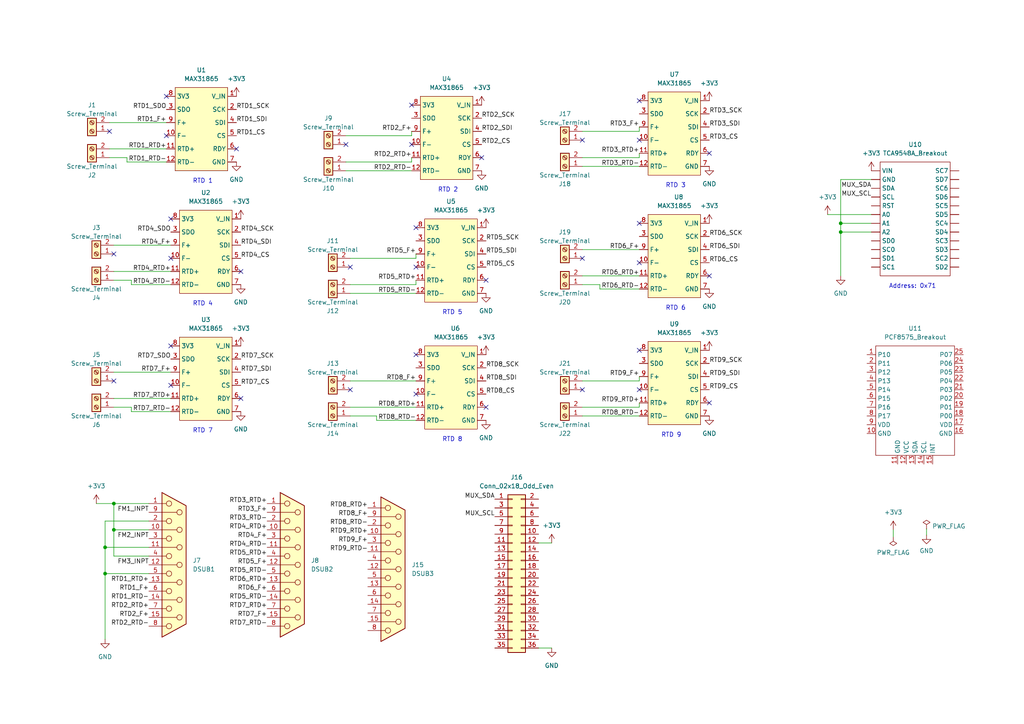
<source format=kicad_sch>
(kicad_sch (version 20211123) (generator eeschema)
  (paper "A4")
  (lib_symbols
    (symbol "Connector:DB15_Female" (pin_names (offset 1.016) hide)
      (property "Reference" "J" (at 0.508 21.59 0))
      (property "Value" "DB15_Female" (at 0 -22.225 0))
      (symbol "DB15_Female_0_1"
        (circle (center -1.778 -17.78) (radius 0.762))
        (circle (center -1.778 -12.7) (radius 0.762))
        (circle (center -1.778 -7.62) (radius 0.762))
        (circle (center -1.778 -2.54) (radius 0.762))
        (circle (center -1.778 2.54) (radius 0.762))
        (circle (center -1.778 7.62) (radius 0.762))
        (circle (center -1.778 12.7) (radius 0.762))
        (circle (center -1.778 17.78) (radius 0.762))
        (polyline (pts (xy -3.81 -17.78) (xy -2.54 -17.78)))
        (polyline (pts (xy -3.81 -15.24) (xy 0.508 -15.24)))
        (polyline (pts (xy -3.81 -12.7) (xy -2.54 -12.7)))
        (polyline (pts (xy -3.81 -10.16) (xy 0.508 -10.16)))
        (polyline (pts (xy -3.81 -7.62) (xy -2.54 -7.62)))
        (polyline (pts (xy -3.81 -5.08) (xy 0.508 -5.08)))
        (polyline (pts (xy -3.81 -2.54) (xy -2.54 -2.54)))
        (polyline (pts (xy -3.81 0) (xy 0.508 0)))
        (polyline (pts (xy -3.81 2.54) (xy -2.54 2.54)))
        (polyline (pts (xy -3.81 5.08) (xy 0.508 5.08)))
        (polyline (pts (xy -3.81 7.62) (xy -2.54 7.62)))
        (polyline (pts (xy -3.81 10.16) (xy 0.508 10.16)))
        (polyline (pts (xy -3.81 12.7) (xy -2.54 12.7)))
        (polyline (pts (xy -3.81 15.24) (xy 0.508 15.24)))
        (polyline (pts (xy -3.81 17.78) (xy -2.54 17.78)))
        (polyline (pts (xy -3.81 20.955) (xy 3.175 17.145) (xy 3.175 -17.145) (xy -3.81 -20.955) (xy -3.81 20.955)) (stroke (width 0.254)) (fill (type background)))
        (circle (center 1.27 -15.24) (radius 0.762))
        (circle (center 1.27 -10.16) (radius 0.762))
        (circle (center 1.27 -5.08) (radius 0.762))
        (circle (center 1.27 0) (radius 0.762))
        (circle (center 1.27 5.08) (radius 0.762))
        (circle (center 1.27 10.16) (radius 0.762))
        (circle (center 1.27 15.24) (radius 0.762))
      )
      (symbol "DB15_Female_1_1"
        (pin passive line (at -7.62 17.78 0) (length 3.81) (name "1") (number "1"))
        (pin passive line (at -7.62 10.16 0) (length 3.81) (name "P10") (number "10"))
        (pin passive line (at -7.62 5.08 0) (length 3.81) (name "P111") (number "11"))
        (pin passive line (at -7.62 0 0) (length 3.81) (name "P12") (number "12"))
        (pin passive line (at -7.62 -5.08 0) (length 3.81) (name "P13") (number "13"))
        (pin passive line (at -7.62 -10.16 0) (length 3.81) (name "P14") (number "14"))
        (pin passive line (at -7.62 -15.24 0) (length 3.81) (name "P15") (number "15"))
        (pin passive line (at -7.62 12.7 0) (length 3.81) (name "2") (number "2"))
        (pin passive line (at -7.62 7.62 0) (length 3.81) (name "3") (number "3"))
        (pin passive line (at -7.62 2.54 0) (length 3.81) (name "4") (number "4"))
        (pin passive line (at -7.62 -2.54 0) (length 3.81) (name "5") (number "5"))
        (pin passive line (at -7.62 -7.62 0) (length 3.81) (name "6") (number "6"))
        (pin passive line (at -7.62 -12.7 0) (length 3.81) (name "7") (number "7"))
        (pin passive line (at -7.62 -17.78 0) (length 3.81) (name "8") (number "8"))
        (pin passive line (at -7.62 15.24 0) (length 3.81) (name "P9") (number "9"))
      )
    )
    (symbol "Connector:Screw_Terminal_01x02" (pin_names (offset 1.016) hide)
      (property "Reference" "J" (at 0 2.54 0))
      (property "Value" "Screw_Terminal_01x02" (at 0 -5.08 0))
      (symbol "Screw_Terminal_01x02_1_1"
        (rectangle (start -1.27 1.27) (end 1.27 -3.81) (stroke (width 0.254)) (fill (type background)))
        (circle (center 0 -2.54) (radius 0.635) (stroke (width 0.1524)))
        (polyline (pts (xy -0.5334 -2.2098) (xy 0.3302 -3.048)) (stroke (width 0.1524)))
        (polyline (pts (xy -0.5334 0.3302) (xy 0.3302 -0.508)) (stroke (width 0.1524)))
        (polyline (pts (xy -0.3556 -2.032) (xy 0.508 -2.8702)) (stroke (width 0.1524)))
        (polyline (pts (xy -0.3556 0.508) (xy 0.508 -0.3302)) (stroke (width 0.1524)))
        (circle (center 0 0) (radius 0.635) (stroke (width 0.1524)))
        (pin passive line (at -5.08 0 0) (length 3.81) (name "Pin_1") (number "1"))
        (pin passive line (at -5.08 -2.54 0) (length 3.81) (name "Pin_2") (number "2"))
      )
    )
    (symbol "Connector_Generic:Conn_02x18_Odd_Even" (pin_names (offset 1.016) hide)
      (property "Reference" "J" (at 1.27 22.86 0))
      (property "Value" "Conn_02x18_Odd_Even" (at 1.27 -25.4 0))
      (symbol "Conn_02x18_Odd_Even_1_1"
        (rectangle (start -1.27 -22.733) (end 0 -22.987) (stroke (width 0.1524)))
        (rectangle (start -1.27 -20.193) (end 0 -20.447) (stroke (width 0.1524)))
        (rectangle (start -1.27 -17.653) (end 0 -17.907) (stroke (width 0.1524)))
        (rectangle (start -1.27 -15.113) (end 0 -15.367) (stroke (width 0.1524)))
        (rectangle (start -1.27 -12.573) (end 0 -12.827) (stroke (width 0.1524)))
        (rectangle (start -1.27 -10.033) (end 0 -10.287) (stroke (width 0.1524)))
        (rectangle (start -1.27 -7.493) (end 0 -7.747) (stroke (width 0.1524)))
        (rectangle (start -1.27 -4.953) (end 0 -5.207) (stroke (width 0.1524)))
        (rectangle (start -1.27 -2.413) (end 0 -2.667) (stroke (width 0.1524)))
        (rectangle (start -1.27 0.127) (end 0 -0.127) (stroke (width 0.1524)))
        (rectangle (start -1.27 2.667) (end 0 2.413) (stroke (width 0.1524)))
        (rectangle (start -1.27 5.207) (end 0 4.953) (stroke (width 0.1524)))
        (rectangle (start -1.27 7.747) (end 0 7.493) (stroke (width 0.1524)))
        (rectangle (start -1.27 10.287) (end 0 10.033) (stroke (width 0.1524)))
        (rectangle (start -1.27 12.827) (end 0 12.573) (stroke (width 0.1524)))
        (rectangle (start -1.27 15.367) (end 0 15.113) (stroke (width 0.1524)))
        (rectangle (start -1.27 17.907) (end 0 17.653) (stroke (width 0.1524)))
        (rectangle (start -1.27 20.447) (end 0 20.193) (stroke (width 0.1524)))
        (rectangle (start -1.27 21.59) (end 3.81 -24.13) (stroke (width 0.254)) (fill (type background)))
        (rectangle (start 3.81 -22.733) (end 2.54 -22.987) (stroke (width 0.1524)))
        (rectangle (start 3.81 -20.193) (end 2.54 -20.447) (stroke (width 0.1524)))
        (rectangle (start 3.81 -17.653) (end 2.54 -17.907) (stroke (width 0.1524)))
        (rectangle (start 3.81 -15.113) (end 2.54 -15.367) (stroke (width 0.1524)))
        (rectangle (start 3.81 -12.573) (end 2.54 -12.827) (stroke (width 0.1524)))
        (rectangle (start 3.81 -10.033) (end 2.54 -10.287) (stroke (width 0.1524)))
        (rectangle (start 3.81 -7.493) (end 2.54 -7.747) (stroke (width 0.1524)))
        (rectangle (start 3.81 -4.953) (end 2.54 -5.207) (stroke (width 0.1524)))
        (rectangle (start 3.81 -2.413) (end 2.54 -2.667) (stroke (width 0.1524)))
        (rectangle (start 3.81 0.127) (end 2.54 -0.127) (stroke (width 0.1524)))
        (rectangle (start 3.81 2.667) (end 2.54 2.413) (stroke (width 0.1524)))
        (rectangle (start 3.81 5.207) (end 2.54 4.953) (stroke (width 0.1524)))
        (rectangle (start 3.81 7.747) (end 2.54 7.493) (stroke (width 0.1524)))
        (rectangle (start 3.81 10.287) (end 2.54 10.033) (stroke (width 0.1524)))
        (rectangle (start 3.81 12.827) (end 2.54 12.573) (stroke (width 0.1524)))
        (rectangle (start 3.81 15.367) (end 2.54 15.113) (stroke (width 0.1524)))
        (rectangle (start 3.81 17.907) (end 2.54 17.653) (stroke (width 0.1524)))
        (rectangle (start 3.81 20.447) (end 2.54 20.193) (stroke (width 0.1524)))
        (pin passive line (at -5.08 20.32 0) (length 3.81) (name "Pin_1") (number "1"))
        (pin passive line (at 7.62 10.16 180) (length 3.81) (name "Pin_10") (number "10"))
        (pin passive line (at -5.08 7.62 0) (length 3.81) (name "Pin_11") (number "11"))
        (pin passive line (at 7.62 7.62 180) (length 3.81) (name "Pin_12") (number "12"))
        (pin passive line (at -5.08 5.08 0) (length 3.81) (name "Pin_13") (number "13"))
        (pin passive line (at 7.62 5.08 180) (length 3.81) (name "Pin_14") (number "14"))
        (pin passive line (at -5.08 2.54 0) (length 3.81) (name "Pin_15") (number "15"))
        (pin passive line (at 7.62 2.54 180) (length 3.81) (name "Pin_16") (number "16"))
        (pin passive line (at -5.08 0 0) (length 3.81) (name "Pin_17") (number "17"))
        (pin passive line (at 7.62 0 180) (length 3.81) (name "Pin_18") (number "18"))
        (pin passive line (at -5.08 -2.54 0) (length 3.81) (name "Pin_19") (number "19"))
        (pin passive line (at 7.62 20.32 180) (length 3.81) (name "Pin_2") (number "2"))
        (pin passive line (at 7.62 -2.54 180) (length 3.81) (name "Pin_20") (number "20"))
        (pin passive line (at -5.08 -5.08 0) (length 3.81) (name "Pin_21") (number "21"))
        (pin passive line (at 7.62 -5.08 180) (length 3.81) (name "Pin_22") (number "22"))
        (pin passive line (at -5.08 -7.62 0) (length 3.81) (name "Pin_23") (number "23"))
        (pin passive line (at 7.62 -7.62 180) (length 3.81) (name "Pin_24") (number "24"))
        (pin passive line (at -5.08 -10.16 0) (length 3.81) (name "Pin_25") (number "25"))
        (pin passive line (at 7.62 -10.16 180) (length 3.81) (name "Pin_26") (number "26"))
        (pin passive line (at -5.08 -12.7 0) (length 3.81) (name "Pin_27") (number "27"))
        (pin passive line (at 7.62 -12.7 180) (length 3.81) (name "Pin_28") (number "28"))
        (pin passive line (at -5.08 -15.24 0) (length 3.81) (name "Pin_29") (number "29"))
        (pin passive line (at -5.08 17.78 0) (length 3.81) (name "Pin_3") (number "3"))
        (pin passive line (at 7.62 -15.24 180) (length 3.81) (name "Pin_30") (number "30"))
        (pin passive line (at -5.08 -17.78 0) (length 3.81) (name "Pin_31") (number "31"))
        (pin passive line (at 7.62 -17.78 180) (length 3.81) (name "Pin_32") (number "32"))
        (pin passive line (at -5.08 -20.32 0) (length 3.81) (name "Pin_33") (number "33"))
        (pin passive line (at 7.62 -20.32 180) (length 3.81) (name "Pin_34") (number "34"))
        (pin passive line (at -5.08 -22.86 0) (length 3.81) (name "Pin_35") (number "35"))
        (pin passive line (at 7.62 -22.86 180) (length 3.81) (name "Pin_36") (number "36"))
        (pin passive line (at 7.62 17.78 180) (length 3.81) (name "Pin_4") (number "4"))
        (pin passive line (at -5.08 15.24 0) (length 3.81) (name "Pin_5") (number "5"))
        (pin passive line (at 7.62 15.24 180) (length 3.81) (name "Pin_6") (number "6"))
        (pin passive line (at -5.08 12.7 0) (length 3.81) (name "Pin_7") (number "7"))
        (pin passive line (at 7.62 12.7 180) (length 3.81) (name "Pin_8") (number "8"))
        (pin passive line (at -5.08 10.16 0) (length 3.81) (name "Pin_9") (number "9"))
      )
    )
    (symbol "MAX31865:MAX31865"
      (property "Reference" "U" (at 0 11.43 0))
      (property "Value" "MAX31865" (at 0 8.89 0))
      (symbol "MAX31865_0_1"
        (rectangle (start -6.35 6.35) (end 8.89 -17.78) (fill (type background)))
      )
      (symbol "MAX31865_1_1"
        (pin power_in line (at 11.43 3.81 180) (length 2.54) (name "V_IN") (number "1"))
        (pin input line (at -8.89 -7.62 0) (length 2.54) (name "F-") (number "10"))
        (pin input line (at -8.89 -11.43 0) (length 2.54) (name "RTD+") (number "11"))
        (pin input line (at -8.89 -15.24 0) (length 2.54) (name "RTD-") (number "12"))
        (pin input line (at 11.43 0 180) (length 2.54) (name "SCK") (number "2"))
        (pin output line (at -8.89 0 0) (length 2.54) (name "SDO") (number "3"))
        (pin input line (at 11.43 -3.81 180) (length 2.54) (name "SDI") (number "4"))
        (pin input line (at 11.43 -7.62 180) (length 2.54) (name "CS") (number "5"))
        (pin input line (at 11.43 -11.43 180) (length 2.54) (name "RDY") (number "6"))
        (pin power_in line (at 11.43 -15.24 180) (length 2.54) (name "GND") (number "7"))
        (pin power_out line (at -8.89 3.81 0) (length 2.54) (name "3V3") (number "8"))
        (pin input line (at -8.89 -3.81 0) (length 2.54) (name "F+") (number "9"))
      )
    )
    (symbol "PCF8575_Breakout:PCF8575_Breakout"
      (property "Reference" "U" (at 0 19.05 0))
      (property "Value" "PCF8575_Breakout" (at 0 16.51 0))
      (symbol "PCF8575_Breakout_0_1"
        (rectangle (start -11.43 13.97) (end 11.43 -17.78))
      )
      (symbol "PCF8575_Breakout_1_1"
        (pin bidirectional line (at -13.97 11.43 0) (length 2.54) (name "P10") (number "1"))
        (pin power_in line (at -13.97 -11.43 0) (length 2.54) (name "GND") (number "10"))
        (pin power_in line (at -5.08 -20.32 90) (length 2.54) (name "GND") (number "11"))
        (pin power_in line (at -2.54 -20.32 90) (length 2.54) (name "VCC") (number "12"))
        (pin bidirectional line (at 0 -20.32 90) (length 2.54) (name "SDA") (number "13"))
        (pin input line (at 2.54 -20.32 90) (length 2.54) (name "SCL") (number "14"))
        (pin output line (at 5.08 -20.32 90) (length 2.54) (name "INT") (number "15"))
        (pin power_in line (at 13.97 -11.43 180) (length 2.54) (name "GND") (number "16"))
        (pin power_in line (at 13.97 -8.89 180) (length 2.54) (name "VDD") (number "17"))
        (pin bidirectional line (at 13.97 -6.35 180) (length 2.54) (name "P00") (number "18"))
        (pin bidirectional line (at 13.97 -3.81 180) (length 2.54) (name "P01") (number "19"))
        (pin bidirectional line (at -13.97 8.89 0) (length 2.54) (name "P11") (number "2"))
        (pin bidirectional line (at 13.97 -1.27 180) (length 2.54) (name "P02") (number "20"))
        (pin bidirectional line (at 13.97 1.27 180) (length 2.54) (name "P03") (number "21"))
        (pin bidirectional line (at 13.97 3.81 180) (length 2.54) (name "P04") (number "22"))
        (pin bidirectional line (at 13.97 6.35 180) (length 2.54) (name "P05") (number "23"))
        (pin bidirectional line (at 13.97 8.89 180) (length 2.54) (name "P06") (number "24"))
        (pin bidirectional line (at 13.97 11.43 180) (length 2.54) (name "P07") (number "25"))
        (pin bidirectional line (at -13.97 6.35 0) (length 2.54) (name "P12") (number "3"))
        (pin bidirectional line (at -13.97 3.81 0) (length 2.54) (name "P13") (number "4"))
        (pin bidirectional line (at -13.97 1.27 0) (length 2.54) (name "P14") (number "5"))
        (pin bidirectional line (at -13.97 -1.27 0) (length 2.54) (name "P15") (number "6"))
        (pin bidirectional line (at -13.97 -3.81 0) (length 2.54) (name "P16") (number "7"))
        (pin bidirectional line (at -13.97 -6.35 0) (length 2.54) (name "P17") (number "8"))
        (pin power_in line (at -13.97 -8.89 0) (length 2.54) (name "VDD") (number "9"))
      )
    )
    (symbol "TCA9548A_Breakout:TCA9548A_Breakout"
      (property "Reference" "U" (at 0 16.51 0))
      (property "Value" "TCA9548A_Breakout" (at 0 13.97 0))
      (symbol "TCA9548A_Breakout_0_1"
        (rectangle (start -10.16 11.43) (end 10.16 -21.59))
      )
      (symbol "TCA9548A_Breakout_1_1"
        (pin input line (at -12.7 -3.81 0) (length 2.54) (name "A0") (number ""))
        (pin input line (at -12.7 -6.35 0) (length 2.54) (name "A1") (number ""))
        (pin input line (at -12.7 -8.89 0) (length 2.54) (name "A2") (number ""))
        (pin power_in line (at -12.7 6.35 0) (length 2.54) (name "GND") (number ""))
        (pin input line (at -12.7 -1.27 0) (length 2.54) (name "RST") (number ""))
        (pin output line (at -12.7 -13.97 0) (length 2.54) (name "SC0") (number ""))
        (pin output line (at -12.7 -19.05 0) (length 2.54) (name "SC1") (number ""))
        (pin output line (at 12.7 -16.51 180) (length 2.54) (name "SC2") (number ""))
        (pin output line (at 12.7 -11.43 180) (length 2.54) (name "SC3") (number ""))
        (pin output line (at 12.7 -6.35 180) (length 2.54) (name "SC4") (number ""))
        (pin output line (at 12.7 -1.27 180) (length 2.54) (name "SC5") (number ""))
        (pin output line (at 12.7 3.81 180) (length 2.54) (name "SC6") (number ""))
        (pin output line (at 12.7 8.89 180) (length 2.54) (name "SC7") (number ""))
        (pin input line (at -12.7 1.27 0) (length 2.54) (name "SCL") (number ""))
        (pin bidirectional line (at -12.7 -11.43 0) (length 2.54) (name "SD0") (number ""))
        (pin bidirectional line (at -12.7 -16.51 0) (length 2.54) (name "SD1") (number ""))
        (pin bidirectional line (at 12.7 -19.05 180) (length 2.54) (name "SD2") (number ""))
        (pin bidirectional line (at 12.7 -13.97 180) (length 2.54) (name "SD3") (number ""))
        (pin bidirectional line (at 12.7 -8.89 180) (length 2.54) (name "SD4") (number ""))
        (pin bidirectional line (at 12.7 -3.81 180) (length 2.54) (name "SD5") (number ""))
        (pin bidirectional line (at 12.7 1.27 180) (length 2.54) (name "SD6") (number ""))
        (pin bidirectional line (at 12.7 6.35 180) (length 2.54) (name "SD7") (number ""))
        (pin bidirectional line (at -12.7 3.81 0) (length 2.54) (name "SDA") (number ""))
        (pin power_in line (at -12.7 8.89 0) (length 2.54) (name "VIN") (number ""))
      )
    )
    (symbol "power:+3.3V" (power) (pin_names (offset 0))
      (property "Value" "+3.3V" (at 0 3.556 0))
      (symbol "+3.3V_0_1"
        (polyline (pts (xy -0.762 1.27) (xy 0 2.54)))
        (polyline (pts (xy 0 0) (xy 0 2.54)))
        (polyline (pts (xy 0 2.54) (xy 0.762 1.27)))
      )
      (symbol "+3.3V_1_1"
        (pin power_in line (at 0 0 90) (length 0) hide (name "+3V3") (number "1"))
      )
    )
    (symbol "power:GND" (power) (pin_names (offset 0))
      (property "Value" "GND" (at 0 -3.81 0))
      (symbol "GND_0_1"
        (polyline (pts (xy 0 0) (xy 0 -1.27) (xy 1.27 -1.27) (xy 0 -2.54) (xy -1.27 -1.27) (xy 0 -1.27)))
      )
      (symbol "GND_1_1"
        (pin power_in line (at 0 0 270) (length 0) hide (name "GND") (number "1"))
      )
    )
    (symbol "power:PWR_FLAG" (power) (pin_numbers hide) (pin_names (offset 0) hide)
      (property "Value" "PWR_FLAG" (at 0 3.81 0))
      (symbol "PWR_FLAG_0_0"
        (pin power_out line (at 0 0 90) (length 0) (name "pwr") (number "1"))
      )
      (symbol "PWR_FLAG_0_1"
        (polyline (pts (xy 0 0) (xy 0 1.27) (xy -1.016 1.905) (xy 0 2.54) (xy 1.016 1.905) (xy 0 1.27)))
      )
    )
  )
  (junction (at 33.02 146.05))
  (junction (at 33.02 153.67))
  (junction (at 243.84 64.77))
  (junction (at 30.48 166.37))
  (junction (at 30.48 158.75))
  (junction (at 243.84 67.31))
  (no_connect (at 68.58 43.18))
  (no_connect (at 120.65 77.47))
  (no_connect (at 185.42 76.2))
  (no_connect (at 205.74 80.01))
  (no_connect (at 48.26 39.37))
  (no_connect (at 185.42 101.6))
  (no_connect (at 185.42 29.21))
  (no_connect (at 48.26 27.94))
  (no_connect (at 49.53 63.5))
  (no_connect (at 185.42 64.77))
  (no_connect (at 120.65 102.87))
  (no_connect (at 49.53 100.33))
  (no_connect (at 49.53 111.76))
  (no_connect (at 185.42 40.64))
  (no_connect (at 69.85 78.74))
  (no_connect (at 205.74 116.84))
  (no_connect (at 120.65 66.04))
  (no_connect (at 69.85 115.57))
  (no_connect (at 205.74 44.45))
  (no_connect (at 49.53 74.93))
  (no_connect (at 140.97 118.11))
  (no_connect (at 119.38 30.48))
  (no_connect (at 120.65 114.3))
  (no_connect (at 101.6 113.03))
  (no_connect (at 31.75 38.1))
  (no_connect (at 101.6 77.47))
  (no_connect (at 100.33 41.91))
  (no_connect (at 33.02 73.66))
  (no_connect (at 33.02 110.49))
  (no_connect (at 185.42 113.03))
  (no_connect (at 168.91 113.03))
  (no_connect (at 168.91 74.93))
  (no_connect (at 168.91 40.64))
  (no_connect (at 119.38 41.91))
  (no_connect (at 140.97 81.28))
  (no_connect (at 139.7 45.72))
  (wire (pts (xy 30.48 166.37) (xy 43.18 166.37)))
  (wire (pts (xy 259.08 153.67) (xy 259.08 155.702)))
  (wire (pts (xy 120.65 82.55) (xy 120.65 81.28)))
  (wire (pts (xy 43.18 153.67) (xy 33.02 153.67)))
  (wire (pts (xy 168.91 48.26) (xy 185.42 48.26)))
  (wire (pts (xy 109.22 121.92) (xy 120.65 121.92)))
  (wire (pts (xy 101.6 74.93) (xy 120.65 74.93)))
  (wire (pts (xy 101.6 120.65) (xy 109.22 120.65)))
  (wire (pts (xy 43.18 158.75) (xy 30.48 158.75)))
  (wire (pts (xy 185.42 45.72) (xy 185.42 44.45)))
  (wire (pts (xy 109.22 120.65) (xy 109.22 121.92)))
  (wire (pts (xy 168.91 118.11) (xy 185.42 118.11)))
  (wire (pts (xy 168.91 82.55) (xy 173.99 82.55)))
  (wire (pts (xy 33.02 153.67) (xy 33.02 161.29)))
  (wire (pts (xy 31.75 43.18) (xy 48.26 43.18)))
  (wire (pts (xy 185.42 110.49) (xy 185.42 109.22)))
  (wire (pts (xy 243.84 64.77) (xy 243.84 67.31)))
  (wire (pts (xy 101.6 82.55) (xy 120.65 82.55)))
  (wire (pts (xy 168.91 110.49) (xy 185.42 110.49)))
  (wire (pts (xy 185.42 118.11) (xy 185.42 116.84)))
  (wire (pts (xy 33.02 118.11) (xy 38.1 118.11)))
  (wire (pts (xy 119.38 46.99) (xy 119.38 45.72)))
  (wire (pts (xy 100.33 46.99) (xy 119.38 46.99)))
  (wire (pts (xy 38.1 119.38) (xy 49.53 119.38)))
  (wire (pts (xy 243.84 52.07) (xy 243.84 64.77)))
  (wire (pts (xy 101.6 85.09) (xy 120.65 85.09)))
  (wire (pts (xy 240.03 62.23) (xy 252.73 62.23)))
  (wire (pts (xy 27.94 146.05) (xy 33.02 146.05)))
  (wire (pts (xy 101.6 118.11) (xy 120.65 118.11)))
  (wire (pts (xy 33.02 71.12) (xy 49.53 71.12)))
  (wire (pts (xy 173.99 82.55) (xy 173.99 83.82)))
  (wire (pts (xy 101.6 110.49) (xy 120.65 110.49)))
  (wire (pts (xy 243.84 67.31) (xy 252.73 67.31)))
  (wire (pts (xy 33.02 107.95) (xy 49.53 107.95)))
  (wire (pts (xy 100.33 39.37) (xy 119.38 39.37)))
  (wire (pts (xy 168.91 80.01) (xy 185.42 80.01)))
  (wire (pts (xy 156.21 187.96) (xy 160.02 187.96)))
  (wire (pts (xy 173.99 83.82) (xy 185.42 83.82)))
  (wire (pts (xy 33.02 146.05) (xy 43.18 146.05)))
  (wire (pts (xy 252.73 64.77) (xy 243.84 64.77)))
  (wire (pts (xy 119.38 39.37) (xy 119.38 38.1)))
  (wire (pts (xy 38.1 81.28) (xy 38.1 82.55)))
  (wire (pts (xy 268.732 153.416) (xy 268.732 155.194)))
  (wire (pts (xy 33.02 146.05) (xy 33.02 153.67)))
  (wire (pts (xy 33.02 81.28) (xy 38.1 81.28)))
  (wire (pts (xy 168.91 120.65) (xy 185.42 120.65)))
  (wire (pts (xy 252.73 52.07) (xy 243.84 52.07)))
  (wire (pts (xy 30.48 166.37) (xy 30.48 185.42)))
  (wire (pts (xy 168.91 45.72) (xy 185.42 45.72)))
  (wire (pts (xy 43.18 151.13) (xy 30.48 151.13)))
  (wire (pts (xy 36.83 46.99) (xy 48.26 46.99)))
  (wire (pts (xy 33.02 115.57) (xy 49.53 115.57)))
  (wire (pts (xy 43.18 161.29) (xy 33.02 161.29)))
  (wire (pts (xy 100.33 49.53) (xy 119.38 49.53)))
  (wire (pts (xy 168.91 38.1) (xy 185.42 38.1)))
  (wire (pts (xy 38.1 118.11) (xy 38.1 119.38)))
  (wire (pts (xy 120.65 74.93) (xy 120.65 73.66)))
  (wire (pts (xy 156.21 157.48) (xy 160.02 157.48)))
  (wire (pts (xy 168.91 72.39) (xy 185.42 72.39)))
  (wire (pts (xy 38.1 82.55) (xy 49.53 82.55)))
  (wire (pts (xy 30.48 158.75) (xy 30.48 166.37)))
  (wire (pts (xy 30.48 151.13) (xy 30.48 158.75)))
  (wire (pts (xy 185.42 38.1) (xy 185.42 36.83)))
  (wire (pts (xy 243.84 67.31) (xy 243.84 80.01)))
  (wire (pts (xy 33.02 78.74) (xy 49.53 78.74)))
  (wire (pts (xy 31.75 35.56) (xy 48.26 35.56)))
  (wire (pts (xy 36.83 45.72) (xy 36.83 46.99)))
  (wire (pts (xy 31.75 45.72) (xy 36.83 45.72)))
  (text "RTD 7\n" (at 55.88 125.73 0) (effects (font (size 1.27 1.27)) (justify left bottom)))
  (text "RTD 3\n" (at 193.04 54.61 0) (effects (font (size 1.27 1.27)) (justify left bottom)))
  (text "RTD 2" (at 127 55.88 0) (effects (font (size 1.27 1.27)) (justify left bottom)))
  (text "RTD 5\n" (at 128.27 91.44 0) (effects (font (size 1.27 1.27)) (justify left bottom)))
  (text "RTD 9\n" (at 191.77 127 0) (effects (font (size 1.27 1.27)) (justify left bottom)))
  (text "RTD 1" (at 55.88 53.34 0) (effects (font (size 1.27 1.27)) (justify left bottom)))
  (text "RTD 8\n" (at 128.27 128.27 0) (effects (font (size 1.27 1.27)) (justify left bottom)))
  (text "RTD 4\n" (at 55.88 88.9 0) (effects (font (size 1.27 1.27)) (justify left bottom)))
  (text "Address: 0x71\n" (at 257.81 83.82 0) (effects (font (size 1.27 1.27)) (justify left bottom)))
  (text "RTD 6\n" (at 193.04 90.17 0) (effects (font (size 1.27 1.27)) (justify left bottom)))
  (label "RTD2_RTD+" (at 43.18 176.53 180))
  (label "RTD3_RTD-" (at 77.47 151.13 180))
  (label "RTD7_RTD+" (at 77.47 176.53 180))
  (label "RTD3_SCK" (at 205.74 33.02 0))
  (label "RTD1_SDO" (at 48.26 31.75 180))
  (label "RTD4_SDI" (at 69.85 71.12 0))
  (label "RTD8_SCK" (at 140.97 106.68 0))
  (label "RTD5_SDI" (at 140.97 73.66 0))
  (label "RTD2_F+" (at 43.18 179.07 180))
  (label "RTD5_RTD-" (at 77.47 173.99 180))
  (label "RTD7_RTD-" (at 77.47 181.61 180))
  (label "RTD8_SDI" (at 140.97 110.49 0))
  (label "RTD7_SDO" (at 49.53 104.14 180))
  (label "RTD1_F+" (at 48.26 35.56 180))
  (label "RTD2_SCK" (at 139.7 34.29 0))
  (label "RTD5_RTD+" (at 77.47 161.29 180))
  (label "RTD6_SCK" (at 205.74 68.58 0))
  (label "RTD8_RTD+" (at 120.65 118.11 180))
  (label "RTD5_F+" (at 77.47 163.83 180))
  (label "RTD8_F+" (at 106.68 149.86 180))
  (label "RTD2_CS" (at 139.7 41.91 0))
  (label "RTD5_SCK" (at 140.97 69.85 0))
  (label "RTD5_F+" (at 120.65 73.66 180))
  (label "RTD3_F+" (at 185.42 36.83 180))
  (label "RTD3_SDI" (at 205.74 36.83 0))
  (label "RTD6_CS" (at 205.74 76.2 0))
  (label "RTD2_SDI" (at 139.7 38.1 0))
  (label "RTD7_RTD+" (at 49.53 115.57 180))
  (label "RTD1_CS" (at 68.58 39.37 0))
  (label "RTD1_RTD+" (at 43.18 168.91 180))
  (label "RTD5_RTD+" (at 120.65 81.28 180))
  (label "RTD8_RTD+" (at 106.68 147.32 180))
  (label "RTD6_RTD-" (at 185.42 83.82 180))
  (label "RTD6_F+" (at 77.47 171.45 180))
  (label "RTD3_CS" (at 205.74 40.64 0))
  (label "RTD5_RTD-" (at 120.65 85.09 180))
  (label "RTD4_RTD+" (at 77.47 153.67 180))
  (label "RTD9_RTD-" (at 106.68 160.02 180))
  (label "RTD4_SCK" (at 69.85 67.31 0))
  (label "RTD7_SCK" (at 69.85 104.14 0))
  (label "RTD4_F+" (at 77.47 156.21 180))
  (label "RTD9_F+" (at 106.68 157.48 180))
  (label "RTD1_F+" (at 43.18 171.45 180))
  (label "RTD8_RTD-" (at 185.42 120.65 180))
  (label "RTD3_RTD+" (at 77.47 146.05 180))
  (label "RTD9_CS" (at 205.74 113.03 0))
  (label "RTD7_CS" (at 69.85 111.76 0))
  (label "RTD4_RTD-" (at 77.47 158.75 180))
  (label "RTD8_RTD-" (at 106.68 152.4 180))
  (label "RTD2_F+" (at 119.38 38.1 180))
  (label "RTD8_CS" (at 140.97 114.3 0))
  (label "MUX_SCL" (at 143.51 149.86 180))
  (label "RTD5_RTD-" (at 77.47 166.37 180))
  (label "RTD9_F+" (at 185.42 109.22 180))
  (label "RTD4_RTD+" (at 49.53 78.74 180))
  (label "RTD8_F+" (at 120.65 110.49 180))
  (label "FM2_INPT" (at 43.18 156.21 180))
  (label "RTD3_RTD+" (at 185.42 44.45 180))
  (label "RTD4_CS" (at 69.85 74.93 0))
  (label "RTD7_F+" (at 49.53 107.95 180))
  (label "RTD9_RTD+" (at 106.68 154.94 180))
  (label "RTD6_RTD+" (at 185.42 80.01 180))
  (label "RTD7_F+" (at 77.47 179.07 180))
  (label "MUX_SCL" (at 252.73 57.15 180))
  (label "RTD4_RTD-" (at 49.53 82.55 180))
  (label "RTD3_F+" (at 77.47 148.59 180))
  (label "RTD1_SDI" (at 68.58 35.56 0))
  (label "RTD4_F+" (at 49.53 71.12 180))
  (label "RTD1_RTD+" (at 48.26 43.18 180))
  (label "RTD8_RTD-" (at 120.65 121.92 180))
  (label "RTD6_SDI" (at 205.74 72.39 0))
  (label "RTD1_RTD-" (at 43.18 173.99 180))
  (label "FM1_INPT" (at 43.18 148.59 180))
  (label "MUX_SDA" (at 143.51 144.78 180))
  (label "RTD2_RTD-" (at 119.38 49.53 180))
  (label "RTD9_SCK" (at 205.74 105.41 0))
  (label "RTD4_SDO" (at 49.53 67.31 180))
  (label "RTD3_RTD-" (at 185.42 48.26 180))
  (label "RTD9_RTD+" (at 185.42 116.84 180))
  (label "RTD1_RTD-" (at 48.26 46.99 180))
  (label "RTD7_RTD-" (at 49.53 119.38 180))
  (label "RTD2_RTD+" (at 119.38 45.72 180))
  (label "RTD1_SCK" (at 68.58 31.75 0))
  (label "FM3_INPT" (at 43.18 163.83 180))
  (label "RTD6_RTD+" (at 77.47 168.91 180))
  (label "RTD9_SDI" (at 205.74 109.22 0))
  (label "MUX_SDA" (at 252.73 54.61 180))
  (label "RTD2_RTD-" (at 43.18 181.61 180))
  (label "RTD7_SDI" (at 69.85 107.95 0))
  (label "RTD6_F+" (at 185.42 72.39 180))
  (label "RTD5_CS" (at 140.97 77.47 0))
  (symbol (lib_id "power:+3.3V") (at 205.74 64.77 0) (unit 1)
    (property "Reference" "#PWR019" (effects hide))
    (property "Value" "+3.3V" (at 205.74 59.69 0))
  )
  (symbol (lib_id "power:PWR_FLAG") (at 259.08 155.702 180) (unit 1)
    (property "Reference" "#FLG01" (effects hide))
    (property "Value" "PWR_FLAG" (at 259.08 160.2645 0))
  )
  (symbol (lib_id "Connector:Screw_Terminal_01x02") (at 26.67 45.72 180) (unit 1)
    (property "Reference" "J2" (at 26.67 50.8 0))
    (property "Value" "Screw_Terminal" (at 26.67 48.26 0))
  )
  (symbol (lib_id "MAX31865:MAX31865") (at 58.42 104.14 0) (unit 1)
    (property "Reference" "U3" (at 59.69 92.71 0))
    (property "Value" "MAX31865" (at 59.69 95.25 0))
  )
  (symbol (lib_id "MAX31865:MAX31865") (at 57.15 31.75 0) (unit 1)
    (property "Reference" "U1" (at 58.42 20.32 0))
    (property "Value" "MAX31865" (at 58.42 22.86 0))
  )
  (symbol (lib_id "Connector:Screw_Terminal_01x02") (at 163.83 48.26 180) (unit 1)
    (property "Reference" "J18" (at 163.83 53.34 0))
    (property "Value" "Screw_Terminal" (at 163.83 50.8 0))
  )
  (symbol (lib_id "Connector:DB15_Female") (at 85.09 163.83 0) (unit 1)
    (property "Reference" "J8" (at 90.17 162.5599 0) (effects (justify left)))
    (property "Value" "DSUB2" (at 90.17 165.0999 0) (effects (justify left)))
    (property "Datasheet" " ~" (effects hide))
  )
  (symbol (lib_id "Connector:Screw_Terminal_01x02") (at 95.25 41.91 180) (unit 1)
    (property "Reference" "J9" (at 95.25 34.29 0))
    (property "Value" "Screw_Terminal" (at 95.25 36.83 0))
  )
  (symbol (lib_id "power:+3.3V") (at 139.7 30.48 0) (unit 1)
    (property "Reference" "#PWR09" (effects hide))
    (property "Value" "+3.3V" (at 139.7 25.4 0))
  )
  (symbol (lib_id "power:+3.3V") (at 27.94 146.05 0) (unit 1)
    (property "Reference" "#PWR01" (effects hide))
    (property "Value" "+3.3V" (at 27.94 140.97 0))
  )
  (symbol (lib_id "TCA9548A_Breakout:TCA9548A_Breakout") (at 265.43 58.42 0) (unit 1)
    (property "Reference" "U10" (at 265.43 41.91 0))
    (property "Value" "TCA9548A_Breakout" (at 265.43 44.45 0))
  )
  (symbol (lib_id "Connector:Screw_Terminal_01x02") (at 96.52 77.47 180) (unit 1)
    (property "Reference" "J11" (at 96.52 69.85 0))
    (property "Value" "Screw_Terminal" (at 96.52 72.39 0))
  )
  (symbol (lib_id "Connector:Screw_Terminal_01x02") (at 27.94 73.66 180) (unit 1)
    (property "Reference" "J3" (at 27.94 66.04 0))
    (property "Value" "Screw_Terminal" (at 27.94 68.58 0))
  )
  (symbol (lib_id "power:+3.3V") (at 160.02 157.48 0) (unit 1)
    (property "Reference" "#PWR015" (effects hide))
    (property "Value" "+3.3V" (at 160.02 152.4 0))
  )
  (symbol (lib_id "Connector:Screw_Terminal_01x02") (at 163.83 40.64 180) (unit 1)
    (property "Reference" "J17" (at 163.83 33.02 0))
    (property "Value" "Screw_Terminal" (at 163.83 35.56 0))
  )
  (symbol (lib_id "Connector:Screw_Terminal_01x02") (at 163.83 120.65 180) (unit 1)
    (property "Reference" "J22" (at 163.83 125.73 0))
    (property "Value" "Screw_Terminal" (at 163.83 123.19 0))
  )
  (symbol (lib_id "MAX31865:MAX31865") (at 128.27 34.29 0) (unit 1)
    (property "Reference" "U4" (at 129.54 22.86 0))
    (property "Value" "MAX31865" (at 129.54 25.4 0))
  )
  (symbol (lib_id "power:GND") (at 68.58 46.99 0) (unit 1)
    (property "Reference" "#PWR04" (effects hide))
    (property "Value" "GND" (at 68.58 52.07 0))
  )
  (symbol (lib_id "power:+3.3V") (at 140.97 66.04 0) (unit 1)
    (property "Reference" "#PWR011" (effects hide))
    (property "Value" "+3.3V" (at 140.97 60.96 0))
  )
  (symbol (lib_id "power:GND") (at 243.84 80.01 0) (unit 1)
    (property "Reference" "#PWR024" (effects hide))
    (property "Value" "GND" (at 243.84 85.09 0))
  )
  (symbol (lib_id "power:+3.3V") (at 259.08 153.67 0) (unit 1)
    (property "Reference" "#PWR026" (effects hide))
    (property "Value" "+3.3V" (at 259.08 148.59 0))
  )
  (symbol (lib_id "Connector:Screw_Terminal_01x02") (at 96.52 85.09 180) (unit 1)
    (property "Reference" "J12" (at 96.52 90.17 0))
    (property "Value" "Screw_Terminal" (at 96.52 87.63 0))
  )
  (symbol (lib_id "power:+3.3V") (at 69.85 100.33 0) (unit 1)
    (property "Reference" "#PWR07" (effects hide))
    (property "Value" "+3.3V" (at 69.85 95.25 0))
  )
  (symbol (lib_id "power:GND") (at 140.97 121.92 0) (unit 1)
    (property "Reference" "#PWR014" (effects hide))
    (property "Value" "GND" (at 140.97 127 0))
  )
  (symbol (lib_id "power:GND") (at 205.74 83.82 0) (unit 1)
    (property "Reference" "#PWR020" (effects hide))
    (property "Value" "GND" (at 205.74 88.9 0))
  )
  (symbol (lib_id "MAX31865:MAX31865") (at 194.31 105.41 0) (unit 1)
    (property "Reference" "U9" (at 195.58 93.98 0))
    (property "Value" "MAX31865" (at 195.58 96.52 0))
  )
  (symbol (lib_id "MAX31865:MAX31865") (at 129.54 106.68 0) (unit 1)
    (property "Reference" "U6" (at 132.08 95.25 0))
    (property "Value" "MAX31865" (at 130.81 97.79 0))
  )
  (symbol (lib_id "power:GND") (at 205.74 120.65 0) (unit 1)
    (property "Reference" "#PWR022" (effects hide))
    (property "Value" "GND" (at 205.74 125.73 0))
  )
  (symbol (lib_id "MAX31865:MAX31865") (at 129.54 69.85 0) (unit 1)
    (property "Reference" "U5" (at 130.81 58.42 0))
    (property "Value" "MAX31865" (at 130.81 60.96 0))
  )
  (symbol (lib_id "power:GND") (at 69.85 82.55 0) (unit 1)
    (property "Reference" "#PWR06" (effects hide))
    (property "Value" "GND" (at 69.85 87.63 0))
  )
  (symbol (lib_id "power:GND") (at 205.74 48.26 0) (unit 1)
    (property "Reference" "#PWR018" (effects hide))
    (property "Value" "GND" (at 205.74 53.34 0))
  )
  (symbol (lib_id "power:+3.3V") (at 140.97 102.87 0) (unit 1)
    (property "Reference" "#PWR013" (effects hide))
    (property "Value" "+3.3V" (at 140.97 97.79 0))
  )
  (symbol (lib_id "Connector:Screw_Terminal_01x02") (at 26.67 38.1 180) (unit 1)
    (property "Reference" "J1" (at 26.67 30.48 0))
    (property "Value" "Screw_Terminal" (at 26.67 33.02 0))
  )
  (symbol (lib_id "Connector:Screw_Terminal_01x02") (at 96.52 120.65 180) (unit 1)
    (property "Reference" "J14" (at 96.52 125.73 0))
    (property "Value" "Screw_Terminal" (at 96.52 123.19 0))
  )
  (symbol (lib_id "PCF8575_Breakout:PCF8575_Breakout") (at 265.43 114.3 0) (unit 1)
    (property "Reference" "U11" (at 265.43 95.25 0))
    (property "Value" "PCF8575_Breakout" (at 265.43 97.79 0))
  )
  (symbol (lib_id "Connector:Screw_Terminal_01x02") (at 96.52 113.03 180) (unit 1)
    (property "Reference" "J13" (at 96.52 105.41 0))
    (property "Value" "Screw_Terminal" (at 96.52 107.95 0))
  )
  (symbol (lib_id "MAX31865:MAX31865") (at 58.42 67.31 0) (unit 1)
    (property "Reference" "U2" (at 59.69 55.88 0))
    (property "Value" "MAX31865" (at 59.69 58.42 0))
  )
  (symbol (lib_id "Connector:Screw_Terminal_01x02") (at 27.94 110.49 180) (unit 1)
    (property "Reference" "J5" (at 27.94 102.87 0))
    (property "Value" "Screw_Terminal" (at 27.94 105.41 0))
  )
  (symbol (lib_id "power:GND") (at 69.85 119.38 0) (unit 1)
    (property "Reference" "#PWR08" (effects hide))
    (property "Value" "GND" (at 69.85 124.46 0))
  )
  (symbol (lib_id "power:+3.3V") (at 252.73 49.53 0) (unit 1)
    (property "Reference" "#PWR025" (effects hide))
    (property "Value" "+3.3V" (at 252.73 44.45 0))
  )
  (symbol (lib_id "power:GND") (at 30.48 185.42 0) (unit 1)
    (property "Reference" "#PWR02" (effects hide))
    (property "Value" "GND" (at 30.48 190.5 0))
  )
  (symbol (lib_id "Connector:DB15_Female") (at 114.3 165.1 0) (unit 1)
    (property "Reference" "J15" (at 119.38 163.8299 0) (effects (justify left)))
    (property "Value" "DSUB3" (at 119.38 166.3699 0) (effects (justify left)))
    (property "Datasheet" " ~" (effects hide))
  )
  (symbol (lib_id "Connector:Screw_Terminal_01x02") (at 95.25 49.53 180) (unit 1)
    (property "Reference" "J10" (at 95.25 54.61 0))
    (property "Value" "Screw_Terminal" (at 95.25 52.07 0))
  )
  (symbol (lib_id "power:GND") (at 140.97 85.09 0) (unit 1)
    (property "Reference" "#PWR012" (effects hide))
    (property "Value" "GND" (at 140.97 90.17 0))
  )
  (symbol (lib_id "Connector:Screw_Terminal_01x02") (at 27.94 118.11 180) (unit 1)
    (property "Reference" "J6" (at 27.94 123.19 0))
    (property "Value" "Screw_Terminal" (at 27.94 120.65 0))
  )
  (symbol (lib_id "power:GND") (at 268.732 155.194 0) (unit 1)
    (property "Reference" "#PWR027" (effects hide))
    (property "Value" "GND" (at 268.732 159.7565 0))
  )
  (symbol (lib_id "power:+3.3V") (at 205.74 101.6 0) (unit 1)
    (property "Reference" "#PWR021" (effects hide))
    (property "Value" "+3.3V" (at 205.74 96.52 0))
  )
  (symbol (lib_id "power:+3.3V") (at 205.74 29.21 0) (unit 1)
    (property "Reference" "#PWR017" (effects hide))
    (property "Value" "+3.3V" (at 205.74 24.13 0))
  )
  (symbol (lib_id "Connector:Screw_Terminal_01x02") (at 163.83 82.55 180) (unit 1)
    (property "Reference" "J20" (at 163.83 87.63 0))
    (property "Value" "Screw_Terminal" (at 163.83 85.09 0))
  )
  (symbol (lib_id "MAX31865:MAX31865") (at 194.31 33.02 0) (unit 1)
    (property "Reference" "U7" (at 195.58 21.59 0))
    (property "Value" "MAX31865" (at 195.58 24.13 0))
  )
  (symbol (lib_id "MAX31865:MAX31865") (at 194.31 68.58 0) (unit 1)
    (property "Reference" "U8" (at 196.85 57.15 0))
    (property "Value" "MAX31865" (at 195.58 59.69 0))
  )
  (symbol (lib_id "Connector:Screw_Terminal_01x02") (at 27.94 81.28 180) (unit 1)
    (property "Reference" "J4" (at 27.94 86.36 0))
    (property "Value" "Screw_Terminal" (at 27.94 83.82 0))
  )
  (symbol (lib_id "power:GND") (at 160.02 187.96 0) (unit 1)
    (property "Reference" "#PWR016" (effects hide))
    (property "Value" "GND" (at 160.02 193.04 0))
  )
  (symbol (lib_id "power:+3.3V") (at 69.85 63.5 0) (unit 1)
    (property "Reference" "#PWR05" (effects hide))
    (property "Value" "+3.3V" (at 69.85 58.42 0))
  )
  (symbol (lib_id "power:+3.3V") (at 68.58 27.94 0) (unit 1)
    (property "Reference" "#PWR03" (effects hide))
    (property "Value" "+3.3V" (at 68.58 22.86 0))
  )
  (symbol (lib_id "power:PWR_FLAG") (at 268.732 153.416 0) (unit 1)
    (property "Reference" "#FLG02" (effects hide))
    (property "Value" "PWR_FLAG" (at 270.383 152.625 0) (effects (justify left)))
  )
  (symbol (lib_id "Connector:DB15_Female") (at 50.8 163.83 0) (unit 1)
    (property "Reference" "J7" (at 55.88 162.5599 0) (effects (justify left)))
    (property "Value" "DSUB1" (at 55.88 165.0999 0) (effects (justify left)))
    (property "Datasheet" " ~" (effects hide))
  )
  (symbol (lib_id "Connector:Screw_Terminal_01x02") (at 163.83 74.93 180) (unit 1)
    (property "Reference" "J19" (at 163.83 67.31 0))
    (property "Value" "Screw_Terminal" (at 163.83 69.85 0))
  )
  (symbol (lib_id "Connector:Screw_Terminal_01x02") (at 163.83 113.03 180) (unit 1)
    (property "Reference" "J21" (at 163.83 105.41 0))
    (property "Value" "Screw_Terminal" (at 163.83 107.95 0))
  )
  (symbol (lib_id "power:GND") (at 139.7 49.53 0) (unit 1)
    (property "Reference" "#PWR010" (effects hide))
    (property "Value" "GND" (at 139.7 54.61 0))
  )
  (symbol (lib_id "Connector_Generic:Conn_02x18_Odd_Even") (at 148.59 165.1 0) (unit 1)
    (property "Reference" "J16" (at 149.86 138.43 0))
    (property "Value" "Conn_02x18_Odd_Even" (at 149.86 140.97 0))
  )
  (symbol (lib_id "power:+3.3V") (at 240.03 62.23 0) (unit 1)
    (property "Reference" "#PWR023" (effects hide))
    (property "Value" "+3.3V" (at 240.03 57.15 0))
  )
)
</source>
